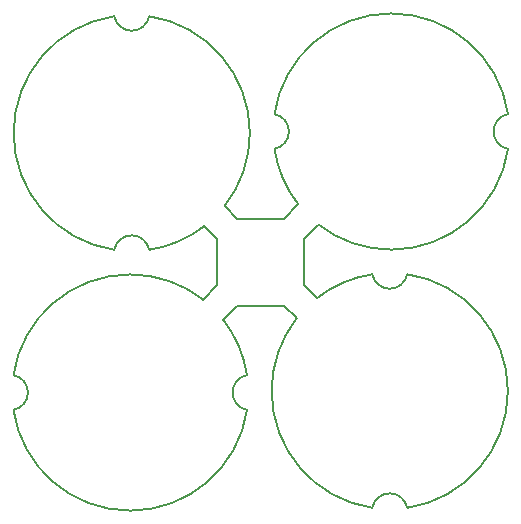
<source format=gbr>
G04 #@! TF.FileFunction,Profile,NP*
%FSLAX46Y46*%
G04 Gerber Fmt 4.6, Leading zero omitted, Abs format (unit mm)*
G04 Created by KiCad (PCBNEW 4.0.3-stable) date Sun Sep  4 14:24:28 2016*
%MOMM*%
%LPD*%
G01*
G04 APERTURE LIST*
%ADD10C,0.100000*%
%ADD11C,0.150000*%
G04 APERTURE END LIST*
D10*
D11*
X55435500Y-51181000D02*
X55435500Y-47244000D01*
X56515000Y-52260500D02*
X55435500Y-51181000D01*
X56642000Y-46037500D02*
X55435500Y-47244000D01*
X53721000Y-52895500D02*
X49784000Y-52895500D01*
X54800500Y-53975000D02*
X53721000Y-52895500D01*
X48577500Y-54102000D02*
X49784000Y-52895500D01*
X53721000Y-45529500D02*
X49784000Y-45529500D01*
X54927500Y-44323000D02*
X53721000Y-45529500D01*
X48704500Y-44450000D02*
X49784000Y-45529500D01*
X48069500Y-51181000D02*
X48069500Y-47244000D01*
X46863000Y-52387500D02*
X48069500Y-51181000D01*
X46990000Y-46164500D02*
X48069500Y-47244000D01*
X52901972Y-39640712D02*
G75*
G03X54141500Y-38163500I-260472J1477212D01*
G01*
X72701028Y-39640712D02*
G75*
G02X71461500Y-38163500I260472J1477212D01*
G01*
X72691659Y-39641594D02*
G75*
G02X62801500Y-48163500I-9890159J1478094D01*
G01*
X56644885Y-46043608D02*
G75*
G03X62801500Y-48163500I6156615J7880108D01*
G01*
X72691659Y-36685406D02*
G75*
G03X62801500Y-28163500I-9890159J-1478094D01*
G01*
X52911341Y-36685406D02*
G75*
G02X62801500Y-28163500I9890159J-1478094D01*
G01*
X52901972Y-36686288D02*
G75*
G02X54141500Y-38163500I-260472J-1477212D01*
G01*
X72701028Y-36686288D02*
G75*
G03X71461500Y-38163500I260472J-1477212D01*
G01*
X52918472Y-39649518D02*
G75*
G03X54931500Y-44323500I9883028J1486018D01*
G01*
X42316518Y-48173528D02*
G75*
G03X46990500Y-46160500I-1486018J9883028D01*
G01*
X39353288Y-28390972D02*
G75*
G03X40830500Y-29630500I1477212J260472D01*
G01*
X39353288Y-48190028D02*
G75*
G02X40830500Y-46950500I1477212J-260472D01*
G01*
X39352406Y-48180659D02*
G75*
G02X30830500Y-38290500I1478094J9890159D01*
G01*
X39352406Y-28400341D02*
G75*
G03X30830500Y-38290500I1478094J-9890159D01*
G01*
X48710608Y-44447115D02*
G75*
G03X50830500Y-38290500I-7880108J6156615D01*
G01*
X42308594Y-28400341D02*
G75*
G02X50830500Y-38290500I-1478094J-9890159D01*
G01*
X42307712Y-28390972D02*
G75*
G02X40830500Y-29630500I-1477212J260472D01*
G01*
X42307712Y-48190028D02*
G75*
G03X40830500Y-46950500I-1477212J-260472D01*
G01*
X61197288Y-50234972D02*
G75*
G03X62674500Y-51474500I1477212J260472D01*
G01*
X61197288Y-70034028D02*
G75*
G02X62674500Y-68794500I1477212J-260472D01*
G01*
X61196406Y-70024659D02*
G75*
G02X52674500Y-60134500I1478094J9890159D01*
G01*
X54794392Y-53977885D02*
G75*
G03X52674500Y-60134500I7880108J-6156615D01*
G01*
X64152594Y-70024659D02*
G75*
G03X72674500Y-60134500I-1478094J9890159D01*
G01*
X64152594Y-50244341D02*
G75*
G02X72674500Y-60134500I-1478094J-9890159D01*
G01*
X64151712Y-50234972D02*
G75*
G02X62674500Y-51474500I-1477212J260472D01*
G01*
X64151712Y-70034028D02*
G75*
G03X62674500Y-68794500I-1477212J-260472D01*
G01*
X61188482Y-50251472D02*
G75*
G03X56514500Y-52264500I1486018J-9883028D01*
G01*
X50586528Y-58775482D02*
G75*
G03X48573500Y-54101500I-9883028J-1486018D01*
G01*
X30803972Y-61738712D02*
G75*
G03X32043500Y-60261500I-260472J1477212D01*
G01*
X50603028Y-61738712D02*
G75*
G02X49363500Y-60261500I260472J1477212D01*
G01*
X50593659Y-61739594D02*
G75*
G02X40703500Y-70261500I-9890159J1478094D01*
G01*
X30813341Y-61739594D02*
G75*
G03X40703500Y-70261500I9890159J1478094D01*
G01*
X46860115Y-52381392D02*
G75*
G03X40703500Y-50261500I-6156615J-7880108D01*
G01*
X30813341Y-58783406D02*
G75*
G02X40703500Y-50261500I9890159J-1478094D01*
G01*
X30803972Y-58784288D02*
G75*
G02X32043500Y-60261500I-260472J-1477212D01*
G01*
X50603028Y-58784288D02*
G75*
G03X49363500Y-60261500I260472J-1477212D01*
G01*
M02*

</source>
